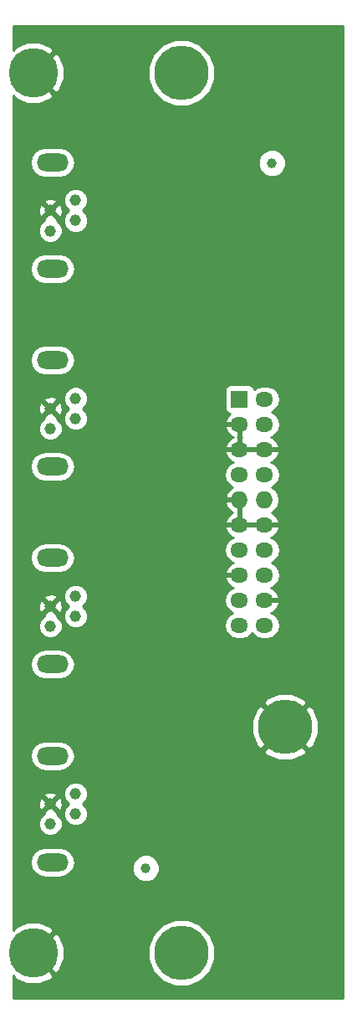
<source format=gtl>
G04 #@! TF.FileFunction,Copper,L1,Top,Signal*
%FSLAX46Y46*%
G04 Gerber Fmt 4.6, Leading zero omitted, Abs format (unit mm)*
G04 Created by KiCad (PCBNEW 4.0.4+e1-6308~48~ubuntu15.10.1-stable) date Tue Aug  8 09:27:19 2017*
%MOMM*%
%LPD*%
G01*
G04 APERTURE LIST*
%ADD10C,0.150000*%
%ADD11C,1.000000*%
%ADD12C,5.500000*%
%ADD13C,5.000000*%
%ADD14R,1.727200X1.727200*%
%ADD15O,1.800000X1.500000*%
%ADD16O,1.727200X1.727200*%
%ADD17C,1.160000*%
%ADD18O,3.200000X1.800000*%
%ADD19C,0.254000*%
G04 APERTURE END LIST*
D10*
D11*
X77190600Y-131711700D03*
X89966800Y-60401200D03*
D12*
X80772000Y-51296000D03*
X80772000Y-140296000D03*
D13*
X65772000Y-140296000D03*
X65772000Y-51296000D03*
D14*
X86671200Y-84290000D03*
D15*
X89211200Y-84290000D03*
X86671200Y-86830000D03*
X89211200Y-86830000D03*
X86671200Y-89370000D03*
X89211200Y-89370000D03*
X86671200Y-91910000D03*
X89211200Y-91910000D03*
D16*
X86671200Y-94450000D03*
X89211200Y-94450000D03*
D15*
X86671200Y-96990000D03*
X89211200Y-96990000D03*
X86671200Y-99530000D03*
X89211200Y-99530000D03*
X86671200Y-102070000D03*
X89211200Y-102070000D03*
X86671200Y-104610000D03*
X89211200Y-104610000D03*
X86671200Y-107150000D03*
X89211200Y-107150000D03*
D12*
X91287600Y-117449600D03*
D17*
X70081200Y-126230000D03*
X70081200Y-124190000D03*
X67531200Y-125210000D03*
X67531200Y-127250000D03*
D18*
X67731200Y-131100000D03*
X67731200Y-120340000D03*
D17*
X70081200Y-106230000D03*
X70081200Y-104190000D03*
X67531200Y-105210000D03*
X67531200Y-107250000D03*
D18*
X67731200Y-111100000D03*
X67731200Y-100340000D03*
D17*
X70081200Y-86230000D03*
X70081200Y-84190000D03*
X67531200Y-85210000D03*
X67531200Y-87250000D03*
D18*
X67731200Y-91100000D03*
X67731200Y-80340000D03*
D17*
X70081200Y-66230000D03*
X70081200Y-64190000D03*
X67531200Y-65210000D03*
X67531200Y-67250000D03*
D18*
X67731200Y-71100000D03*
X67731200Y-60340000D03*
D19*
G36*
X97123700Y-144876900D02*
X63758700Y-144876900D01*
X63758700Y-142596364D01*
X63997421Y-142954564D01*
X65149892Y-143431294D01*
X66397072Y-143430705D01*
X67546579Y-142954564D01*
X67828275Y-142531880D01*
X65772000Y-140475605D01*
X65757858Y-140489748D01*
X65578253Y-140310143D01*
X65592395Y-140296000D01*
X65951605Y-140296000D01*
X68007880Y-142352275D01*
X68430564Y-142070579D01*
X68887987Y-140964780D01*
X77394415Y-140964780D01*
X77907450Y-142206418D01*
X78856586Y-143157212D01*
X80097326Y-143672412D01*
X81440780Y-143673585D01*
X82682418Y-143160550D01*
X83633212Y-142211414D01*
X84148412Y-140970674D01*
X84149585Y-139627220D01*
X83636550Y-138385582D01*
X82687414Y-137434788D01*
X81446674Y-136919588D01*
X80103220Y-136918415D01*
X78861582Y-137431450D01*
X77910788Y-138380586D01*
X77395588Y-139621326D01*
X77394415Y-140964780D01*
X68887987Y-140964780D01*
X68907294Y-140918108D01*
X68906705Y-139670928D01*
X68430564Y-138521421D01*
X68007880Y-138239725D01*
X65951605Y-140296000D01*
X65592395Y-140296000D01*
X65578253Y-140281858D01*
X65757858Y-140102253D01*
X65772000Y-140116395D01*
X67828275Y-138060120D01*
X67546579Y-137637436D01*
X66394108Y-137160706D01*
X65146928Y-137161295D01*
X63997421Y-137637436D01*
X63758700Y-137995636D01*
X63758700Y-131100000D01*
X65460570Y-131100000D01*
X65576806Y-131684358D01*
X65907818Y-132179752D01*
X66403212Y-132510764D01*
X66987570Y-132627000D01*
X68474830Y-132627000D01*
X69059188Y-132510764D01*
X69554582Y-132179752D01*
X69682465Y-131988361D01*
X75793358Y-131988361D01*
X76005590Y-132502003D01*
X76398230Y-132895329D01*
X76911500Y-133108457D01*
X77467261Y-133108942D01*
X77980903Y-132896710D01*
X78374229Y-132504070D01*
X78587357Y-131990800D01*
X78587842Y-131435039D01*
X78375610Y-130921397D01*
X77982970Y-130528071D01*
X77469700Y-130314943D01*
X76913939Y-130314458D01*
X76400297Y-130526690D01*
X76006971Y-130919330D01*
X75793843Y-131432600D01*
X75793358Y-131988361D01*
X69682465Y-131988361D01*
X69885594Y-131684358D01*
X70001830Y-131100000D01*
X69885594Y-130515642D01*
X69554582Y-130020248D01*
X69059188Y-129689236D01*
X68474830Y-129573000D01*
X66987570Y-129573000D01*
X66403212Y-129689236D01*
X65907818Y-130020248D01*
X65576806Y-130515642D01*
X65460570Y-131100000D01*
X63758700Y-131100000D01*
X63758700Y-127489034D01*
X66323990Y-127489034D01*
X66507358Y-127932818D01*
X66846596Y-128272649D01*
X67290059Y-128456790D01*
X67770234Y-128457210D01*
X68214018Y-128273842D01*
X68553849Y-127934604D01*
X68737990Y-127491141D01*
X68738410Y-127010966D01*
X68555042Y-126567182D01*
X68215804Y-126227351D01*
X68168341Y-126207643D01*
X68199812Y-126058217D01*
X67531200Y-125389605D01*
X66862588Y-126058217D01*
X66893990Y-126207313D01*
X66848382Y-126226158D01*
X66508551Y-126565396D01*
X66324410Y-127008859D01*
X66323990Y-127489034D01*
X63758700Y-127489034D01*
X63758700Y-125045823D01*
X66303325Y-125045823D01*
X66333963Y-125528207D01*
X66459619Y-125831568D01*
X66682983Y-125878612D01*
X67351595Y-125210000D01*
X67710805Y-125210000D01*
X68379417Y-125878612D01*
X68602781Y-125831568D01*
X68759075Y-125374177D01*
X68728437Y-124891793D01*
X68602781Y-124588432D01*
X68379417Y-124541388D01*
X67710805Y-125210000D01*
X67351595Y-125210000D01*
X66682983Y-124541388D01*
X66459619Y-124588432D01*
X66303325Y-125045823D01*
X63758700Y-125045823D01*
X63758700Y-124361783D01*
X66862588Y-124361783D01*
X67531200Y-125030395D01*
X68132561Y-124429034D01*
X68873990Y-124429034D01*
X69057358Y-124872818D01*
X69394242Y-125210291D01*
X69058551Y-125545396D01*
X68874410Y-125988859D01*
X68873990Y-126469034D01*
X69057358Y-126912818D01*
X69396596Y-127252649D01*
X69840059Y-127436790D01*
X70320234Y-127437210D01*
X70764018Y-127253842D01*
X71103849Y-126914604D01*
X71287990Y-126471141D01*
X71288410Y-125990966D01*
X71105042Y-125547182D01*
X70768158Y-125209709D01*
X71103849Y-124874604D01*
X71287990Y-124431141D01*
X71288410Y-123950966D01*
X71105042Y-123507182D01*
X70765804Y-123167351D01*
X70322341Y-122983210D01*
X69842166Y-122982790D01*
X69398382Y-123166158D01*
X69058551Y-123505396D01*
X68874410Y-123948859D01*
X68873990Y-124429034D01*
X68132561Y-124429034D01*
X68199812Y-124361783D01*
X68152768Y-124138419D01*
X67695377Y-123982125D01*
X67212993Y-124012763D01*
X66909632Y-124138419D01*
X66862588Y-124361783D01*
X63758700Y-124361783D01*
X63758700Y-120340000D01*
X65460570Y-120340000D01*
X65576806Y-120924358D01*
X65907818Y-121419752D01*
X66403212Y-121750764D01*
X66987570Y-121867000D01*
X68474830Y-121867000D01*
X69059188Y-121750764D01*
X69554582Y-121419752D01*
X69885594Y-120924358D01*
X70001830Y-120340000D01*
X69907519Y-119865866D01*
X89050939Y-119865866D01*
X89363087Y-120314532D01*
X90605943Y-120832931D01*
X91952576Y-120836248D01*
X93197971Y-120323980D01*
X93212113Y-120314532D01*
X93524261Y-119865866D01*
X91287600Y-117629205D01*
X89050939Y-119865866D01*
X69907519Y-119865866D01*
X69885594Y-119755642D01*
X69554582Y-119260248D01*
X69059188Y-118929236D01*
X68474830Y-118813000D01*
X66987570Y-118813000D01*
X66403212Y-118929236D01*
X65907818Y-119260248D01*
X65576806Y-119755642D01*
X65460570Y-120340000D01*
X63758700Y-120340000D01*
X63758700Y-118114576D01*
X87900952Y-118114576D01*
X88413220Y-119359971D01*
X88422668Y-119374113D01*
X88871334Y-119686261D01*
X91107995Y-117449600D01*
X91467205Y-117449600D01*
X93703866Y-119686261D01*
X94152532Y-119374113D01*
X94670931Y-118131257D01*
X94674248Y-116784624D01*
X94161980Y-115539229D01*
X94152532Y-115525087D01*
X93703866Y-115212939D01*
X91467205Y-117449600D01*
X91107995Y-117449600D01*
X88871334Y-115212939D01*
X88422668Y-115525087D01*
X87904269Y-116767943D01*
X87900952Y-118114576D01*
X63758700Y-118114576D01*
X63758700Y-115033334D01*
X89050939Y-115033334D01*
X91287600Y-117269995D01*
X93524261Y-115033334D01*
X93212113Y-114584668D01*
X91969257Y-114066269D01*
X90622624Y-114062952D01*
X89377229Y-114575220D01*
X89363087Y-114584668D01*
X89050939Y-115033334D01*
X63758700Y-115033334D01*
X63758700Y-111100000D01*
X65460570Y-111100000D01*
X65576806Y-111684358D01*
X65907818Y-112179752D01*
X66403212Y-112510764D01*
X66987570Y-112627000D01*
X68474830Y-112627000D01*
X69059188Y-112510764D01*
X69554582Y-112179752D01*
X69885594Y-111684358D01*
X70001830Y-111100000D01*
X69885594Y-110515642D01*
X69554582Y-110020248D01*
X69059188Y-109689236D01*
X68474830Y-109573000D01*
X66987570Y-109573000D01*
X66403212Y-109689236D01*
X65907818Y-110020248D01*
X65576806Y-110515642D01*
X65460570Y-111100000D01*
X63758700Y-111100000D01*
X63758700Y-107489034D01*
X66323990Y-107489034D01*
X66507358Y-107932818D01*
X66846596Y-108272649D01*
X67290059Y-108456790D01*
X67770234Y-108457210D01*
X68214018Y-108273842D01*
X68553849Y-107934604D01*
X68737990Y-107491141D01*
X68738410Y-107010966D01*
X68555042Y-106567182D01*
X68215804Y-106227351D01*
X68168341Y-106207643D01*
X68199812Y-106058217D01*
X67531200Y-105389605D01*
X66862588Y-106058217D01*
X66893990Y-106207313D01*
X66848382Y-106226158D01*
X66508551Y-106565396D01*
X66324410Y-107008859D01*
X66323990Y-107489034D01*
X63758700Y-107489034D01*
X63758700Y-105045823D01*
X66303325Y-105045823D01*
X66333963Y-105528207D01*
X66459619Y-105831568D01*
X66682983Y-105878612D01*
X67351595Y-105210000D01*
X67710805Y-105210000D01*
X68379417Y-105878612D01*
X68602781Y-105831568D01*
X68759075Y-105374177D01*
X68728437Y-104891793D01*
X68602781Y-104588432D01*
X68379417Y-104541388D01*
X67710805Y-105210000D01*
X67351595Y-105210000D01*
X66682983Y-104541388D01*
X66459619Y-104588432D01*
X66303325Y-105045823D01*
X63758700Y-105045823D01*
X63758700Y-104361783D01*
X66862588Y-104361783D01*
X67531200Y-105030395D01*
X68132561Y-104429034D01*
X68873990Y-104429034D01*
X69057358Y-104872818D01*
X69394242Y-105210291D01*
X69058551Y-105545396D01*
X68874410Y-105988859D01*
X68873990Y-106469034D01*
X69057358Y-106912818D01*
X69396596Y-107252649D01*
X69840059Y-107436790D01*
X70320234Y-107437210D01*
X70764018Y-107253842D01*
X71103849Y-106914604D01*
X71287990Y-106471141D01*
X71288410Y-105990966D01*
X71105042Y-105547182D01*
X70768158Y-105209709D01*
X71103849Y-104874604D01*
X71287990Y-104431141D01*
X71288410Y-103950966D01*
X71105042Y-103507182D01*
X70765804Y-103167351D01*
X70322341Y-102983210D01*
X69842166Y-102982790D01*
X69398382Y-103166158D01*
X69058551Y-103505396D01*
X68874410Y-103948859D01*
X68873990Y-104429034D01*
X68132561Y-104429034D01*
X68199812Y-104361783D01*
X68152768Y-104138419D01*
X67695377Y-103982125D01*
X67212993Y-104012763D01*
X66909632Y-104138419D01*
X66862588Y-104361783D01*
X63758700Y-104361783D01*
X63758700Y-100340000D01*
X65460570Y-100340000D01*
X65576806Y-100924358D01*
X65907818Y-101419752D01*
X66403212Y-101750764D01*
X66987570Y-101867000D01*
X68474830Y-101867000D01*
X69059188Y-101750764D01*
X69554582Y-101419752D01*
X69885594Y-100924358D01*
X70001830Y-100340000D01*
X69885594Y-99755642D01*
X69734825Y-99530000D01*
X85114284Y-99530000D01*
X85219102Y-100056955D01*
X85517598Y-100503686D01*
X85964329Y-100802182D01*
X86004878Y-100810248D01*
X85816601Y-100876179D01*
X85413380Y-101236692D01*
X85178882Y-101728815D01*
X85301544Y-101943000D01*
X86544200Y-101943000D01*
X86544200Y-101923000D01*
X86798200Y-101923000D01*
X86798200Y-101943000D01*
X86818200Y-101943000D01*
X86818200Y-102197000D01*
X86798200Y-102197000D01*
X86798200Y-102217000D01*
X86544200Y-102217000D01*
X86544200Y-102197000D01*
X85301544Y-102197000D01*
X85178882Y-102411185D01*
X85413380Y-102903308D01*
X85816601Y-103263821D01*
X86004878Y-103329752D01*
X85964329Y-103337818D01*
X85517598Y-103636314D01*
X85219102Y-104083045D01*
X85114284Y-104610000D01*
X85219102Y-105136955D01*
X85517598Y-105583686D01*
X85961063Y-105880000D01*
X85517598Y-106176314D01*
X85219102Y-106623045D01*
X85114284Y-107150000D01*
X85219102Y-107676955D01*
X85517598Y-108123686D01*
X85964329Y-108422182D01*
X86491284Y-108527000D01*
X86851116Y-108527000D01*
X87378071Y-108422182D01*
X87824802Y-108123686D01*
X87941200Y-107949484D01*
X88057598Y-108123686D01*
X88504329Y-108422182D01*
X89031284Y-108527000D01*
X89391116Y-108527000D01*
X89918071Y-108422182D01*
X90364802Y-108123686D01*
X90663298Y-107676955D01*
X90768116Y-107150000D01*
X90663298Y-106623045D01*
X90364802Y-106176314D01*
X89918071Y-105877818D01*
X89877522Y-105869752D01*
X90065799Y-105803821D01*
X90469020Y-105443308D01*
X90703518Y-104951185D01*
X90580856Y-104737000D01*
X89338200Y-104737000D01*
X89338200Y-104757000D01*
X89084200Y-104757000D01*
X89084200Y-104737000D01*
X89064200Y-104737000D01*
X89064200Y-104483000D01*
X89084200Y-104483000D01*
X89084200Y-104463000D01*
X89338200Y-104463000D01*
X89338200Y-104483000D01*
X90580856Y-104483000D01*
X90703518Y-104268815D01*
X90469020Y-103776692D01*
X90065799Y-103416179D01*
X89877522Y-103350248D01*
X89918071Y-103342182D01*
X90364802Y-103043686D01*
X90663298Y-102596955D01*
X90768116Y-102070000D01*
X90663298Y-101543045D01*
X90364802Y-101096314D01*
X89921337Y-100800000D01*
X90364802Y-100503686D01*
X90663298Y-100056955D01*
X90768116Y-99530000D01*
X90663298Y-99003045D01*
X90364802Y-98556314D01*
X89918071Y-98257818D01*
X89877522Y-98249752D01*
X90065799Y-98183821D01*
X90469020Y-97823308D01*
X90703518Y-97331185D01*
X90580856Y-97117000D01*
X89338200Y-97117000D01*
X89338200Y-97137000D01*
X89084200Y-97137000D01*
X89084200Y-97117000D01*
X86798200Y-97117000D01*
X86798200Y-97137000D01*
X86544200Y-97137000D01*
X86544200Y-97117000D01*
X85301544Y-97117000D01*
X85178882Y-97331185D01*
X85413380Y-97823308D01*
X85816601Y-98183821D01*
X86004878Y-98249752D01*
X85964329Y-98257818D01*
X85517598Y-98556314D01*
X85219102Y-99003045D01*
X85114284Y-99530000D01*
X69734825Y-99530000D01*
X69554582Y-99260248D01*
X69059188Y-98929236D01*
X68474830Y-98813000D01*
X66987570Y-98813000D01*
X66403212Y-98929236D01*
X65907818Y-99260248D01*
X65576806Y-99755642D01*
X65460570Y-100340000D01*
X63758700Y-100340000D01*
X63758700Y-96648815D01*
X85178882Y-96648815D01*
X85301544Y-96863000D01*
X86544200Y-96863000D01*
X86544200Y-94577000D01*
X85337383Y-94577000D01*
X85216242Y-94809026D01*
X85388512Y-95224947D01*
X85782710Y-95656821D01*
X85967389Y-95743376D01*
X85816601Y-95796179D01*
X85413380Y-96156692D01*
X85178882Y-96648815D01*
X63758700Y-96648815D01*
X63758700Y-91100000D01*
X65460570Y-91100000D01*
X65576806Y-91684358D01*
X65907818Y-92179752D01*
X66403212Y-92510764D01*
X66987570Y-92627000D01*
X68474830Y-92627000D01*
X69059188Y-92510764D01*
X69554582Y-92179752D01*
X69734824Y-91910000D01*
X85114284Y-91910000D01*
X85219102Y-92436955D01*
X85517598Y-92883686D01*
X85943109Y-93168004D01*
X85782710Y-93243179D01*
X85388512Y-93675053D01*
X85216242Y-94090974D01*
X85337383Y-94323000D01*
X86544200Y-94323000D01*
X86544200Y-94303000D01*
X86798200Y-94303000D01*
X86798200Y-94323000D01*
X86818200Y-94323000D01*
X86818200Y-94577000D01*
X86798200Y-94577000D01*
X86798200Y-96863000D01*
X89084200Y-96863000D01*
X89084200Y-96843000D01*
X89338200Y-96843000D01*
X89338200Y-96863000D01*
X90580856Y-96863000D01*
X90703518Y-96648815D01*
X90469020Y-96156692D01*
X90065799Y-95796179D01*
X89928904Y-95748241D01*
X90294416Y-95504013D01*
X90617538Y-95020428D01*
X90731003Y-94450000D01*
X90617538Y-93879572D01*
X90294416Y-93395987D01*
X89946253Y-93163351D01*
X90364802Y-92883686D01*
X90663298Y-92436955D01*
X90768116Y-91910000D01*
X90663298Y-91383045D01*
X90364802Y-90936314D01*
X89918071Y-90637818D01*
X89877522Y-90629752D01*
X90065799Y-90563821D01*
X90469020Y-90203308D01*
X90703518Y-89711185D01*
X90580856Y-89497000D01*
X89338200Y-89497000D01*
X89338200Y-89517000D01*
X89084200Y-89517000D01*
X89084200Y-89497000D01*
X86798200Y-89497000D01*
X86798200Y-89517000D01*
X86544200Y-89517000D01*
X86544200Y-89497000D01*
X85301544Y-89497000D01*
X85178882Y-89711185D01*
X85413380Y-90203308D01*
X85816601Y-90563821D01*
X86004878Y-90629752D01*
X85964329Y-90637818D01*
X85517598Y-90936314D01*
X85219102Y-91383045D01*
X85114284Y-91910000D01*
X69734824Y-91910000D01*
X69885594Y-91684358D01*
X70001830Y-91100000D01*
X69885594Y-90515642D01*
X69554582Y-90020248D01*
X69059188Y-89689236D01*
X68474830Y-89573000D01*
X66987570Y-89573000D01*
X66403212Y-89689236D01*
X65907818Y-90020248D01*
X65576806Y-90515642D01*
X65460570Y-91100000D01*
X63758700Y-91100000D01*
X63758700Y-87489034D01*
X66323990Y-87489034D01*
X66507358Y-87932818D01*
X66846596Y-88272649D01*
X67290059Y-88456790D01*
X67770234Y-88457210D01*
X68214018Y-88273842D01*
X68553849Y-87934604D01*
X68737990Y-87491141D01*
X68738410Y-87010966D01*
X68555042Y-86567182D01*
X68215804Y-86227351D01*
X68168341Y-86207643D01*
X68199812Y-86058217D01*
X67531200Y-85389605D01*
X66862588Y-86058217D01*
X66893990Y-86207313D01*
X66848382Y-86226158D01*
X66508551Y-86565396D01*
X66324410Y-87008859D01*
X66323990Y-87489034D01*
X63758700Y-87489034D01*
X63758700Y-85045823D01*
X66303325Y-85045823D01*
X66333963Y-85528207D01*
X66459619Y-85831568D01*
X66682983Y-85878612D01*
X67351595Y-85210000D01*
X67710805Y-85210000D01*
X68379417Y-85878612D01*
X68602781Y-85831568D01*
X68759075Y-85374177D01*
X68728437Y-84891793D01*
X68602781Y-84588432D01*
X68379417Y-84541388D01*
X67710805Y-85210000D01*
X67351595Y-85210000D01*
X66682983Y-84541388D01*
X66459619Y-84588432D01*
X66303325Y-85045823D01*
X63758700Y-85045823D01*
X63758700Y-84361783D01*
X66862588Y-84361783D01*
X67531200Y-85030395D01*
X68132561Y-84429034D01*
X68873990Y-84429034D01*
X69057358Y-84872818D01*
X69394242Y-85210291D01*
X69058551Y-85545396D01*
X68874410Y-85988859D01*
X68873990Y-86469034D01*
X69057358Y-86912818D01*
X69396596Y-87252649D01*
X69840059Y-87436790D01*
X70320234Y-87437210D01*
X70764018Y-87253842D01*
X70846819Y-87171185D01*
X85178882Y-87171185D01*
X85413380Y-87663308D01*
X85816601Y-88023821D01*
X86034143Y-88100000D01*
X85816601Y-88176179D01*
X85413380Y-88536692D01*
X85178882Y-89028815D01*
X85301544Y-89243000D01*
X86544200Y-89243000D01*
X86544200Y-88142698D01*
X86480393Y-88100000D01*
X86544200Y-88057302D01*
X86544200Y-86957000D01*
X85301544Y-86957000D01*
X85178882Y-87171185D01*
X70846819Y-87171185D01*
X71103849Y-86914604D01*
X71287990Y-86471141D01*
X71288410Y-85990966D01*
X71105042Y-85547182D01*
X70768158Y-85209709D01*
X71103849Y-84874604D01*
X71287990Y-84431141D01*
X71288410Y-83950966D01*
X71105042Y-83507182D01*
X71024401Y-83426400D01*
X85168317Y-83426400D01*
X85168317Y-85153600D01*
X85212037Y-85385952D01*
X85349357Y-85599353D01*
X85558883Y-85742517D01*
X85672037Y-85765431D01*
X85413380Y-85996692D01*
X85178882Y-86488815D01*
X85301544Y-86703000D01*
X86544200Y-86703000D01*
X86544200Y-86683000D01*
X86798200Y-86683000D01*
X86798200Y-86703000D01*
X86818200Y-86703000D01*
X86818200Y-86957000D01*
X86798200Y-86957000D01*
X86798200Y-88057302D01*
X86862007Y-88100000D01*
X86798200Y-88142698D01*
X86798200Y-89243000D01*
X89084200Y-89243000D01*
X89084200Y-89223000D01*
X89338200Y-89223000D01*
X89338200Y-89243000D01*
X90580856Y-89243000D01*
X90703518Y-89028815D01*
X90469020Y-88536692D01*
X90065799Y-88176179D01*
X89877522Y-88110248D01*
X89918071Y-88102182D01*
X90364802Y-87803686D01*
X90663298Y-87356955D01*
X90768116Y-86830000D01*
X90663298Y-86303045D01*
X90364802Y-85856314D01*
X89921337Y-85560000D01*
X90364802Y-85263686D01*
X90663298Y-84816955D01*
X90768116Y-84290000D01*
X90663298Y-83763045D01*
X90364802Y-83316314D01*
X89918071Y-83017818D01*
X89391116Y-82913000D01*
X89031284Y-82913000D01*
X88504329Y-83017818D01*
X88142673Y-83259469D01*
X88130363Y-83194048D01*
X87993043Y-82980647D01*
X87783517Y-82837483D01*
X87534800Y-82787117D01*
X85807600Y-82787117D01*
X85575248Y-82830837D01*
X85361847Y-82968157D01*
X85218683Y-83177683D01*
X85168317Y-83426400D01*
X71024401Y-83426400D01*
X70765804Y-83167351D01*
X70322341Y-82983210D01*
X69842166Y-82982790D01*
X69398382Y-83166158D01*
X69058551Y-83505396D01*
X68874410Y-83948859D01*
X68873990Y-84429034D01*
X68132561Y-84429034D01*
X68199812Y-84361783D01*
X68152768Y-84138419D01*
X67695377Y-83982125D01*
X67212993Y-84012763D01*
X66909632Y-84138419D01*
X66862588Y-84361783D01*
X63758700Y-84361783D01*
X63758700Y-80340000D01*
X65460570Y-80340000D01*
X65576806Y-80924358D01*
X65907818Y-81419752D01*
X66403212Y-81750764D01*
X66987570Y-81867000D01*
X68474830Y-81867000D01*
X69059188Y-81750764D01*
X69554582Y-81419752D01*
X69885594Y-80924358D01*
X70001830Y-80340000D01*
X69885594Y-79755642D01*
X69554582Y-79260248D01*
X69059188Y-78929236D01*
X68474830Y-78813000D01*
X66987570Y-78813000D01*
X66403212Y-78929236D01*
X65907818Y-79260248D01*
X65576806Y-79755642D01*
X65460570Y-80340000D01*
X63758700Y-80340000D01*
X63758700Y-71100000D01*
X65460570Y-71100000D01*
X65576806Y-71684358D01*
X65907818Y-72179752D01*
X66403212Y-72510764D01*
X66987570Y-72627000D01*
X68474830Y-72627000D01*
X69059188Y-72510764D01*
X69554582Y-72179752D01*
X69885594Y-71684358D01*
X70001830Y-71100000D01*
X69885594Y-70515642D01*
X69554582Y-70020248D01*
X69059188Y-69689236D01*
X68474830Y-69573000D01*
X66987570Y-69573000D01*
X66403212Y-69689236D01*
X65907818Y-70020248D01*
X65576806Y-70515642D01*
X65460570Y-71100000D01*
X63758700Y-71100000D01*
X63758700Y-67489034D01*
X66323990Y-67489034D01*
X66507358Y-67932818D01*
X66846596Y-68272649D01*
X67290059Y-68456790D01*
X67770234Y-68457210D01*
X68214018Y-68273842D01*
X68553849Y-67934604D01*
X68737990Y-67491141D01*
X68738410Y-67010966D01*
X68555042Y-66567182D01*
X68215804Y-66227351D01*
X68168341Y-66207643D01*
X68199812Y-66058217D01*
X67531200Y-65389605D01*
X66862588Y-66058217D01*
X66893990Y-66207313D01*
X66848382Y-66226158D01*
X66508551Y-66565396D01*
X66324410Y-67008859D01*
X66323990Y-67489034D01*
X63758700Y-67489034D01*
X63758700Y-65045823D01*
X66303325Y-65045823D01*
X66333963Y-65528207D01*
X66459619Y-65831568D01*
X66682983Y-65878612D01*
X67351595Y-65210000D01*
X67710805Y-65210000D01*
X68379417Y-65878612D01*
X68602781Y-65831568D01*
X68759075Y-65374177D01*
X68728437Y-64891793D01*
X68602781Y-64588432D01*
X68379417Y-64541388D01*
X67710805Y-65210000D01*
X67351595Y-65210000D01*
X66682983Y-64541388D01*
X66459619Y-64588432D01*
X66303325Y-65045823D01*
X63758700Y-65045823D01*
X63758700Y-64361783D01*
X66862588Y-64361783D01*
X67531200Y-65030395D01*
X68132561Y-64429034D01*
X68873990Y-64429034D01*
X69057358Y-64872818D01*
X69394242Y-65210291D01*
X69058551Y-65545396D01*
X68874410Y-65988859D01*
X68873990Y-66469034D01*
X69057358Y-66912818D01*
X69396596Y-67252649D01*
X69840059Y-67436790D01*
X70320234Y-67437210D01*
X70764018Y-67253842D01*
X71103849Y-66914604D01*
X71287990Y-66471141D01*
X71288410Y-65990966D01*
X71105042Y-65547182D01*
X70768158Y-65209709D01*
X71103849Y-64874604D01*
X71287990Y-64431141D01*
X71288410Y-63950966D01*
X71105042Y-63507182D01*
X70765804Y-63167351D01*
X70322341Y-62983210D01*
X69842166Y-62982790D01*
X69398382Y-63166158D01*
X69058551Y-63505396D01*
X68874410Y-63948859D01*
X68873990Y-64429034D01*
X68132561Y-64429034D01*
X68199812Y-64361783D01*
X68152768Y-64138419D01*
X67695377Y-63982125D01*
X67212993Y-64012763D01*
X66909632Y-64138419D01*
X66862588Y-64361783D01*
X63758700Y-64361783D01*
X63758700Y-60340000D01*
X65460570Y-60340000D01*
X65576806Y-60924358D01*
X65907818Y-61419752D01*
X66403212Y-61750764D01*
X66987570Y-61867000D01*
X68474830Y-61867000D01*
X69059188Y-61750764D01*
X69554582Y-61419752D01*
X69885594Y-60924358D01*
X69934625Y-60677861D01*
X88569558Y-60677861D01*
X88781790Y-61191503D01*
X89174430Y-61584829D01*
X89687700Y-61797957D01*
X90243461Y-61798442D01*
X90757103Y-61586210D01*
X91150429Y-61193570D01*
X91363557Y-60680300D01*
X91364042Y-60124539D01*
X91151810Y-59610897D01*
X90759170Y-59217571D01*
X90245900Y-59004443D01*
X89690139Y-59003958D01*
X89176497Y-59216190D01*
X88783171Y-59608830D01*
X88570043Y-60122100D01*
X88569558Y-60677861D01*
X69934625Y-60677861D01*
X70001830Y-60340000D01*
X69885594Y-59755642D01*
X69554582Y-59260248D01*
X69059188Y-58929236D01*
X68474830Y-58813000D01*
X66987570Y-58813000D01*
X66403212Y-58929236D01*
X65907818Y-59260248D01*
X65576806Y-59755642D01*
X65460570Y-60340000D01*
X63758700Y-60340000D01*
X63758700Y-53596364D01*
X63997421Y-53954564D01*
X65149892Y-54431294D01*
X66397072Y-54430705D01*
X67546579Y-53954564D01*
X67828275Y-53531880D01*
X65772000Y-51475605D01*
X65757858Y-51489748D01*
X65578253Y-51310143D01*
X65592395Y-51296000D01*
X65951605Y-51296000D01*
X68007880Y-53352275D01*
X68430564Y-53070579D01*
X68887987Y-51964780D01*
X77394415Y-51964780D01*
X77907450Y-53206418D01*
X78856586Y-54157212D01*
X80097326Y-54672412D01*
X81440780Y-54673585D01*
X82682418Y-54160550D01*
X83633212Y-53211414D01*
X84148412Y-51970674D01*
X84149585Y-50627220D01*
X83636550Y-49385582D01*
X82687414Y-48434788D01*
X81446674Y-47919588D01*
X80103220Y-47918415D01*
X78861582Y-48431450D01*
X77910788Y-49380586D01*
X77395588Y-50621326D01*
X77394415Y-51964780D01*
X68887987Y-51964780D01*
X68907294Y-51918108D01*
X68906705Y-50670928D01*
X68430564Y-49521421D01*
X68007880Y-49239725D01*
X65951605Y-51296000D01*
X65592395Y-51296000D01*
X65578253Y-51281858D01*
X65757858Y-51102253D01*
X65772000Y-51116395D01*
X67828275Y-49060120D01*
X67546579Y-48637436D01*
X66394108Y-48160706D01*
X65146928Y-48161295D01*
X63997421Y-48637436D01*
X63758700Y-48995636D01*
X63758700Y-46537500D01*
X97123700Y-46537500D01*
X97123700Y-144876900D01*
X97123700Y-144876900D01*
G37*
X97123700Y-144876900D02*
X63758700Y-144876900D01*
X63758700Y-142596364D01*
X63997421Y-142954564D01*
X65149892Y-143431294D01*
X66397072Y-143430705D01*
X67546579Y-142954564D01*
X67828275Y-142531880D01*
X65772000Y-140475605D01*
X65757858Y-140489748D01*
X65578253Y-140310143D01*
X65592395Y-140296000D01*
X65951605Y-140296000D01*
X68007880Y-142352275D01*
X68430564Y-142070579D01*
X68887987Y-140964780D01*
X77394415Y-140964780D01*
X77907450Y-142206418D01*
X78856586Y-143157212D01*
X80097326Y-143672412D01*
X81440780Y-143673585D01*
X82682418Y-143160550D01*
X83633212Y-142211414D01*
X84148412Y-140970674D01*
X84149585Y-139627220D01*
X83636550Y-138385582D01*
X82687414Y-137434788D01*
X81446674Y-136919588D01*
X80103220Y-136918415D01*
X78861582Y-137431450D01*
X77910788Y-138380586D01*
X77395588Y-139621326D01*
X77394415Y-140964780D01*
X68887987Y-140964780D01*
X68907294Y-140918108D01*
X68906705Y-139670928D01*
X68430564Y-138521421D01*
X68007880Y-138239725D01*
X65951605Y-140296000D01*
X65592395Y-140296000D01*
X65578253Y-140281858D01*
X65757858Y-140102253D01*
X65772000Y-140116395D01*
X67828275Y-138060120D01*
X67546579Y-137637436D01*
X66394108Y-137160706D01*
X65146928Y-137161295D01*
X63997421Y-137637436D01*
X63758700Y-137995636D01*
X63758700Y-131100000D01*
X65460570Y-131100000D01*
X65576806Y-131684358D01*
X65907818Y-132179752D01*
X66403212Y-132510764D01*
X66987570Y-132627000D01*
X68474830Y-132627000D01*
X69059188Y-132510764D01*
X69554582Y-132179752D01*
X69682465Y-131988361D01*
X75793358Y-131988361D01*
X76005590Y-132502003D01*
X76398230Y-132895329D01*
X76911500Y-133108457D01*
X77467261Y-133108942D01*
X77980903Y-132896710D01*
X78374229Y-132504070D01*
X78587357Y-131990800D01*
X78587842Y-131435039D01*
X78375610Y-130921397D01*
X77982970Y-130528071D01*
X77469700Y-130314943D01*
X76913939Y-130314458D01*
X76400297Y-130526690D01*
X76006971Y-130919330D01*
X75793843Y-131432600D01*
X75793358Y-131988361D01*
X69682465Y-131988361D01*
X69885594Y-131684358D01*
X70001830Y-131100000D01*
X69885594Y-130515642D01*
X69554582Y-130020248D01*
X69059188Y-129689236D01*
X68474830Y-129573000D01*
X66987570Y-129573000D01*
X66403212Y-129689236D01*
X65907818Y-130020248D01*
X65576806Y-130515642D01*
X65460570Y-131100000D01*
X63758700Y-131100000D01*
X63758700Y-127489034D01*
X66323990Y-127489034D01*
X66507358Y-127932818D01*
X66846596Y-128272649D01*
X67290059Y-128456790D01*
X67770234Y-128457210D01*
X68214018Y-128273842D01*
X68553849Y-127934604D01*
X68737990Y-127491141D01*
X68738410Y-127010966D01*
X68555042Y-126567182D01*
X68215804Y-126227351D01*
X68168341Y-126207643D01*
X68199812Y-126058217D01*
X67531200Y-125389605D01*
X66862588Y-126058217D01*
X66893990Y-126207313D01*
X66848382Y-126226158D01*
X66508551Y-126565396D01*
X66324410Y-127008859D01*
X66323990Y-127489034D01*
X63758700Y-127489034D01*
X63758700Y-125045823D01*
X66303325Y-125045823D01*
X66333963Y-125528207D01*
X66459619Y-125831568D01*
X66682983Y-125878612D01*
X67351595Y-125210000D01*
X67710805Y-125210000D01*
X68379417Y-125878612D01*
X68602781Y-125831568D01*
X68759075Y-125374177D01*
X68728437Y-124891793D01*
X68602781Y-124588432D01*
X68379417Y-124541388D01*
X67710805Y-125210000D01*
X67351595Y-125210000D01*
X66682983Y-124541388D01*
X66459619Y-124588432D01*
X66303325Y-125045823D01*
X63758700Y-125045823D01*
X63758700Y-124361783D01*
X66862588Y-124361783D01*
X67531200Y-125030395D01*
X68132561Y-124429034D01*
X68873990Y-124429034D01*
X69057358Y-124872818D01*
X69394242Y-125210291D01*
X69058551Y-125545396D01*
X68874410Y-125988859D01*
X68873990Y-126469034D01*
X69057358Y-126912818D01*
X69396596Y-127252649D01*
X69840059Y-127436790D01*
X70320234Y-127437210D01*
X70764018Y-127253842D01*
X71103849Y-126914604D01*
X71287990Y-126471141D01*
X71288410Y-125990966D01*
X71105042Y-125547182D01*
X70768158Y-125209709D01*
X71103849Y-124874604D01*
X71287990Y-124431141D01*
X71288410Y-123950966D01*
X71105042Y-123507182D01*
X70765804Y-123167351D01*
X70322341Y-122983210D01*
X69842166Y-122982790D01*
X69398382Y-123166158D01*
X69058551Y-123505396D01*
X68874410Y-123948859D01*
X68873990Y-124429034D01*
X68132561Y-124429034D01*
X68199812Y-124361783D01*
X68152768Y-124138419D01*
X67695377Y-123982125D01*
X67212993Y-124012763D01*
X66909632Y-124138419D01*
X66862588Y-124361783D01*
X63758700Y-124361783D01*
X63758700Y-120340000D01*
X65460570Y-120340000D01*
X65576806Y-120924358D01*
X65907818Y-121419752D01*
X66403212Y-121750764D01*
X66987570Y-121867000D01*
X68474830Y-121867000D01*
X69059188Y-121750764D01*
X69554582Y-121419752D01*
X69885594Y-120924358D01*
X70001830Y-120340000D01*
X69907519Y-119865866D01*
X89050939Y-119865866D01*
X89363087Y-120314532D01*
X90605943Y-120832931D01*
X91952576Y-120836248D01*
X93197971Y-120323980D01*
X93212113Y-120314532D01*
X93524261Y-119865866D01*
X91287600Y-117629205D01*
X89050939Y-119865866D01*
X69907519Y-119865866D01*
X69885594Y-119755642D01*
X69554582Y-119260248D01*
X69059188Y-118929236D01*
X68474830Y-118813000D01*
X66987570Y-118813000D01*
X66403212Y-118929236D01*
X65907818Y-119260248D01*
X65576806Y-119755642D01*
X65460570Y-120340000D01*
X63758700Y-120340000D01*
X63758700Y-118114576D01*
X87900952Y-118114576D01*
X88413220Y-119359971D01*
X88422668Y-119374113D01*
X88871334Y-119686261D01*
X91107995Y-117449600D01*
X91467205Y-117449600D01*
X93703866Y-119686261D01*
X94152532Y-119374113D01*
X94670931Y-118131257D01*
X94674248Y-116784624D01*
X94161980Y-115539229D01*
X94152532Y-115525087D01*
X93703866Y-115212939D01*
X91467205Y-117449600D01*
X91107995Y-117449600D01*
X88871334Y-115212939D01*
X88422668Y-115525087D01*
X87904269Y-116767943D01*
X87900952Y-118114576D01*
X63758700Y-118114576D01*
X63758700Y-115033334D01*
X89050939Y-115033334D01*
X91287600Y-117269995D01*
X93524261Y-115033334D01*
X93212113Y-114584668D01*
X91969257Y-114066269D01*
X90622624Y-114062952D01*
X89377229Y-114575220D01*
X89363087Y-114584668D01*
X89050939Y-115033334D01*
X63758700Y-115033334D01*
X63758700Y-111100000D01*
X65460570Y-111100000D01*
X65576806Y-111684358D01*
X65907818Y-112179752D01*
X66403212Y-112510764D01*
X66987570Y-112627000D01*
X68474830Y-112627000D01*
X69059188Y-112510764D01*
X69554582Y-112179752D01*
X69885594Y-111684358D01*
X70001830Y-111100000D01*
X69885594Y-110515642D01*
X69554582Y-110020248D01*
X69059188Y-109689236D01*
X68474830Y-109573000D01*
X66987570Y-109573000D01*
X66403212Y-109689236D01*
X65907818Y-110020248D01*
X65576806Y-110515642D01*
X65460570Y-111100000D01*
X63758700Y-111100000D01*
X63758700Y-107489034D01*
X66323990Y-107489034D01*
X66507358Y-107932818D01*
X66846596Y-108272649D01*
X67290059Y-108456790D01*
X67770234Y-108457210D01*
X68214018Y-108273842D01*
X68553849Y-107934604D01*
X68737990Y-107491141D01*
X68738410Y-107010966D01*
X68555042Y-106567182D01*
X68215804Y-106227351D01*
X68168341Y-106207643D01*
X68199812Y-106058217D01*
X67531200Y-105389605D01*
X66862588Y-106058217D01*
X66893990Y-106207313D01*
X66848382Y-106226158D01*
X66508551Y-106565396D01*
X66324410Y-107008859D01*
X66323990Y-107489034D01*
X63758700Y-107489034D01*
X63758700Y-105045823D01*
X66303325Y-105045823D01*
X66333963Y-105528207D01*
X66459619Y-105831568D01*
X66682983Y-105878612D01*
X67351595Y-105210000D01*
X67710805Y-105210000D01*
X68379417Y-105878612D01*
X68602781Y-105831568D01*
X68759075Y-105374177D01*
X68728437Y-104891793D01*
X68602781Y-104588432D01*
X68379417Y-104541388D01*
X67710805Y-105210000D01*
X67351595Y-105210000D01*
X66682983Y-104541388D01*
X66459619Y-104588432D01*
X66303325Y-105045823D01*
X63758700Y-105045823D01*
X63758700Y-104361783D01*
X66862588Y-104361783D01*
X67531200Y-105030395D01*
X68132561Y-104429034D01*
X68873990Y-104429034D01*
X69057358Y-104872818D01*
X69394242Y-105210291D01*
X69058551Y-105545396D01*
X68874410Y-105988859D01*
X68873990Y-106469034D01*
X69057358Y-106912818D01*
X69396596Y-107252649D01*
X69840059Y-107436790D01*
X70320234Y-107437210D01*
X70764018Y-107253842D01*
X71103849Y-106914604D01*
X71287990Y-106471141D01*
X71288410Y-105990966D01*
X71105042Y-105547182D01*
X70768158Y-105209709D01*
X71103849Y-104874604D01*
X71287990Y-104431141D01*
X71288410Y-103950966D01*
X71105042Y-103507182D01*
X70765804Y-103167351D01*
X70322341Y-102983210D01*
X69842166Y-102982790D01*
X69398382Y-103166158D01*
X69058551Y-103505396D01*
X68874410Y-103948859D01*
X68873990Y-104429034D01*
X68132561Y-104429034D01*
X68199812Y-104361783D01*
X68152768Y-104138419D01*
X67695377Y-103982125D01*
X67212993Y-104012763D01*
X66909632Y-104138419D01*
X66862588Y-104361783D01*
X63758700Y-104361783D01*
X63758700Y-100340000D01*
X65460570Y-100340000D01*
X65576806Y-100924358D01*
X65907818Y-101419752D01*
X66403212Y-101750764D01*
X66987570Y-101867000D01*
X68474830Y-101867000D01*
X69059188Y-101750764D01*
X69554582Y-101419752D01*
X69885594Y-100924358D01*
X70001830Y-100340000D01*
X69885594Y-99755642D01*
X69734825Y-99530000D01*
X85114284Y-99530000D01*
X85219102Y-100056955D01*
X85517598Y-100503686D01*
X85964329Y-100802182D01*
X86004878Y-100810248D01*
X85816601Y-100876179D01*
X85413380Y-101236692D01*
X85178882Y-101728815D01*
X85301544Y-101943000D01*
X86544200Y-101943000D01*
X86544200Y-101923000D01*
X86798200Y-101923000D01*
X86798200Y-101943000D01*
X86818200Y-101943000D01*
X86818200Y-102197000D01*
X86798200Y-102197000D01*
X86798200Y-102217000D01*
X86544200Y-102217000D01*
X86544200Y-102197000D01*
X85301544Y-102197000D01*
X85178882Y-102411185D01*
X85413380Y-102903308D01*
X85816601Y-103263821D01*
X86004878Y-103329752D01*
X85964329Y-103337818D01*
X85517598Y-103636314D01*
X85219102Y-104083045D01*
X85114284Y-104610000D01*
X85219102Y-105136955D01*
X85517598Y-105583686D01*
X85961063Y-105880000D01*
X85517598Y-106176314D01*
X85219102Y-106623045D01*
X85114284Y-107150000D01*
X85219102Y-107676955D01*
X85517598Y-108123686D01*
X85964329Y-108422182D01*
X86491284Y-108527000D01*
X86851116Y-108527000D01*
X87378071Y-108422182D01*
X87824802Y-108123686D01*
X87941200Y-107949484D01*
X88057598Y-108123686D01*
X88504329Y-108422182D01*
X89031284Y-108527000D01*
X89391116Y-108527000D01*
X89918071Y-108422182D01*
X90364802Y-108123686D01*
X90663298Y-107676955D01*
X90768116Y-107150000D01*
X90663298Y-106623045D01*
X90364802Y-106176314D01*
X89918071Y-105877818D01*
X89877522Y-105869752D01*
X90065799Y-105803821D01*
X90469020Y-105443308D01*
X90703518Y-104951185D01*
X90580856Y-104737000D01*
X89338200Y-104737000D01*
X89338200Y-104757000D01*
X89084200Y-104757000D01*
X89084200Y-104737000D01*
X89064200Y-104737000D01*
X89064200Y-104483000D01*
X89084200Y-104483000D01*
X89084200Y-104463000D01*
X89338200Y-104463000D01*
X89338200Y-104483000D01*
X90580856Y-104483000D01*
X90703518Y-104268815D01*
X90469020Y-103776692D01*
X90065799Y-103416179D01*
X89877522Y-103350248D01*
X89918071Y-103342182D01*
X90364802Y-103043686D01*
X90663298Y-102596955D01*
X90768116Y-102070000D01*
X90663298Y-101543045D01*
X90364802Y-101096314D01*
X89921337Y-100800000D01*
X90364802Y-100503686D01*
X90663298Y-100056955D01*
X90768116Y-99530000D01*
X90663298Y-99003045D01*
X90364802Y-98556314D01*
X89918071Y-98257818D01*
X89877522Y-98249752D01*
X90065799Y-98183821D01*
X90469020Y-97823308D01*
X90703518Y-97331185D01*
X90580856Y-97117000D01*
X89338200Y-97117000D01*
X89338200Y-97137000D01*
X89084200Y-97137000D01*
X89084200Y-97117000D01*
X86798200Y-97117000D01*
X86798200Y-97137000D01*
X86544200Y-97137000D01*
X86544200Y-97117000D01*
X85301544Y-97117000D01*
X85178882Y-97331185D01*
X85413380Y-97823308D01*
X85816601Y-98183821D01*
X86004878Y-98249752D01*
X85964329Y-98257818D01*
X85517598Y-98556314D01*
X85219102Y-99003045D01*
X85114284Y-99530000D01*
X69734825Y-99530000D01*
X69554582Y-99260248D01*
X69059188Y-98929236D01*
X68474830Y-98813000D01*
X66987570Y-98813000D01*
X66403212Y-98929236D01*
X65907818Y-99260248D01*
X65576806Y-99755642D01*
X65460570Y-100340000D01*
X63758700Y-100340000D01*
X63758700Y-96648815D01*
X85178882Y-96648815D01*
X85301544Y-96863000D01*
X86544200Y-96863000D01*
X86544200Y-94577000D01*
X85337383Y-94577000D01*
X85216242Y-94809026D01*
X85388512Y-95224947D01*
X85782710Y-95656821D01*
X85967389Y-95743376D01*
X85816601Y-95796179D01*
X85413380Y-96156692D01*
X85178882Y-96648815D01*
X63758700Y-96648815D01*
X63758700Y-91100000D01*
X65460570Y-91100000D01*
X65576806Y-91684358D01*
X65907818Y-92179752D01*
X66403212Y-92510764D01*
X66987570Y-92627000D01*
X68474830Y-92627000D01*
X69059188Y-92510764D01*
X69554582Y-92179752D01*
X69734824Y-91910000D01*
X85114284Y-91910000D01*
X85219102Y-92436955D01*
X85517598Y-92883686D01*
X85943109Y-93168004D01*
X85782710Y-93243179D01*
X85388512Y-93675053D01*
X85216242Y-94090974D01*
X85337383Y-94323000D01*
X86544200Y-94323000D01*
X86544200Y-94303000D01*
X86798200Y-94303000D01*
X86798200Y-94323000D01*
X86818200Y-94323000D01*
X86818200Y-94577000D01*
X86798200Y-94577000D01*
X86798200Y-96863000D01*
X89084200Y-96863000D01*
X89084200Y-96843000D01*
X89338200Y-96843000D01*
X89338200Y-96863000D01*
X90580856Y-96863000D01*
X90703518Y-96648815D01*
X90469020Y-96156692D01*
X90065799Y-95796179D01*
X89928904Y-95748241D01*
X90294416Y-95504013D01*
X90617538Y-95020428D01*
X90731003Y-94450000D01*
X90617538Y-93879572D01*
X90294416Y-93395987D01*
X89946253Y-93163351D01*
X90364802Y-92883686D01*
X90663298Y-92436955D01*
X90768116Y-91910000D01*
X90663298Y-91383045D01*
X90364802Y-90936314D01*
X89918071Y-90637818D01*
X89877522Y-90629752D01*
X90065799Y-90563821D01*
X90469020Y-90203308D01*
X90703518Y-89711185D01*
X90580856Y-89497000D01*
X89338200Y-89497000D01*
X89338200Y-89517000D01*
X89084200Y-89517000D01*
X89084200Y-89497000D01*
X86798200Y-89497000D01*
X86798200Y-89517000D01*
X86544200Y-89517000D01*
X86544200Y-89497000D01*
X85301544Y-89497000D01*
X85178882Y-89711185D01*
X85413380Y-90203308D01*
X85816601Y-90563821D01*
X86004878Y-90629752D01*
X85964329Y-90637818D01*
X85517598Y-90936314D01*
X85219102Y-91383045D01*
X85114284Y-91910000D01*
X69734824Y-91910000D01*
X69885594Y-91684358D01*
X70001830Y-91100000D01*
X69885594Y-90515642D01*
X69554582Y-90020248D01*
X69059188Y-89689236D01*
X68474830Y-89573000D01*
X66987570Y-89573000D01*
X66403212Y-89689236D01*
X65907818Y-90020248D01*
X65576806Y-90515642D01*
X65460570Y-91100000D01*
X63758700Y-91100000D01*
X63758700Y-87489034D01*
X66323990Y-87489034D01*
X66507358Y-87932818D01*
X66846596Y-88272649D01*
X67290059Y-88456790D01*
X67770234Y-88457210D01*
X68214018Y-88273842D01*
X68553849Y-87934604D01*
X68737990Y-87491141D01*
X68738410Y-87010966D01*
X68555042Y-86567182D01*
X68215804Y-86227351D01*
X68168341Y-86207643D01*
X68199812Y-86058217D01*
X67531200Y-85389605D01*
X66862588Y-86058217D01*
X66893990Y-86207313D01*
X66848382Y-86226158D01*
X66508551Y-86565396D01*
X66324410Y-87008859D01*
X66323990Y-87489034D01*
X63758700Y-87489034D01*
X63758700Y-85045823D01*
X66303325Y-85045823D01*
X66333963Y-85528207D01*
X66459619Y-85831568D01*
X66682983Y-85878612D01*
X67351595Y-85210000D01*
X67710805Y-85210000D01*
X68379417Y-85878612D01*
X68602781Y-85831568D01*
X68759075Y-85374177D01*
X68728437Y-84891793D01*
X68602781Y-84588432D01*
X68379417Y-84541388D01*
X67710805Y-85210000D01*
X67351595Y-85210000D01*
X66682983Y-84541388D01*
X66459619Y-84588432D01*
X66303325Y-85045823D01*
X63758700Y-85045823D01*
X63758700Y-84361783D01*
X66862588Y-84361783D01*
X67531200Y-85030395D01*
X68132561Y-84429034D01*
X68873990Y-84429034D01*
X69057358Y-84872818D01*
X69394242Y-85210291D01*
X69058551Y-85545396D01*
X68874410Y-85988859D01*
X68873990Y-86469034D01*
X69057358Y-86912818D01*
X69396596Y-87252649D01*
X69840059Y-87436790D01*
X70320234Y-87437210D01*
X70764018Y-87253842D01*
X70846819Y-87171185D01*
X85178882Y-87171185D01*
X85413380Y-87663308D01*
X85816601Y-88023821D01*
X86034143Y-88100000D01*
X85816601Y-88176179D01*
X85413380Y-88536692D01*
X85178882Y-89028815D01*
X85301544Y-89243000D01*
X86544200Y-89243000D01*
X86544200Y-88142698D01*
X86480393Y-88100000D01*
X86544200Y-88057302D01*
X86544200Y-86957000D01*
X85301544Y-86957000D01*
X85178882Y-87171185D01*
X70846819Y-87171185D01*
X71103849Y-86914604D01*
X71287990Y-86471141D01*
X71288410Y-85990966D01*
X71105042Y-85547182D01*
X70768158Y-85209709D01*
X71103849Y-84874604D01*
X71287990Y-84431141D01*
X71288410Y-83950966D01*
X71105042Y-83507182D01*
X71024401Y-83426400D01*
X85168317Y-83426400D01*
X85168317Y-85153600D01*
X85212037Y-85385952D01*
X85349357Y-85599353D01*
X85558883Y-85742517D01*
X85672037Y-85765431D01*
X85413380Y-85996692D01*
X85178882Y-86488815D01*
X85301544Y-86703000D01*
X86544200Y-86703000D01*
X86544200Y-86683000D01*
X86798200Y-86683000D01*
X86798200Y-86703000D01*
X86818200Y-86703000D01*
X86818200Y-86957000D01*
X86798200Y-86957000D01*
X86798200Y-88057302D01*
X86862007Y-88100000D01*
X86798200Y-88142698D01*
X86798200Y-89243000D01*
X89084200Y-89243000D01*
X89084200Y-89223000D01*
X89338200Y-89223000D01*
X89338200Y-89243000D01*
X90580856Y-89243000D01*
X90703518Y-89028815D01*
X90469020Y-88536692D01*
X90065799Y-88176179D01*
X89877522Y-88110248D01*
X89918071Y-88102182D01*
X90364802Y-87803686D01*
X90663298Y-87356955D01*
X90768116Y-86830000D01*
X90663298Y-86303045D01*
X90364802Y-85856314D01*
X89921337Y-85560000D01*
X90364802Y-85263686D01*
X90663298Y-84816955D01*
X90768116Y-84290000D01*
X90663298Y-83763045D01*
X90364802Y-83316314D01*
X89918071Y-83017818D01*
X89391116Y-82913000D01*
X89031284Y-82913000D01*
X88504329Y-83017818D01*
X88142673Y-83259469D01*
X88130363Y-83194048D01*
X87993043Y-82980647D01*
X87783517Y-82837483D01*
X87534800Y-82787117D01*
X85807600Y-82787117D01*
X85575248Y-82830837D01*
X85361847Y-82968157D01*
X85218683Y-83177683D01*
X85168317Y-83426400D01*
X71024401Y-83426400D01*
X70765804Y-83167351D01*
X70322341Y-82983210D01*
X69842166Y-82982790D01*
X69398382Y-83166158D01*
X69058551Y-83505396D01*
X68874410Y-83948859D01*
X68873990Y-84429034D01*
X68132561Y-84429034D01*
X68199812Y-84361783D01*
X68152768Y-84138419D01*
X67695377Y-83982125D01*
X67212993Y-84012763D01*
X66909632Y-84138419D01*
X66862588Y-84361783D01*
X63758700Y-84361783D01*
X63758700Y-80340000D01*
X65460570Y-80340000D01*
X65576806Y-80924358D01*
X65907818Y-81419752D01*
X66403212Y-81750764D01*
X66987570Y-81867000D01*
X68474830Y-81867000D01*
X69059188Y-81750764D01*
X69554582Y-81419752D01*
X69885594Y-80924358D01*
X70001830Y-80340000D01*
X69885594Y-79755642D01*
X69554582Y-79260248D01*
X69059188Y-78929236D01*
X68474830Y-78813000D01*
X66987570Y-78813000D01*
X66403212Y-78929236D01*
X65907818Y-79260248D01*
X65576806Y-79755642D01*
X65460570Y-80340000D01*
X63758700Y-80340000D01*
X63758700Y-71100000D01*
X65460570Y-71100000D01*
X65576806Y-71684358D01*
X65907818Y-72179752D01*
X66403212Y-72510764D01*
X66987570Y-72627000D01*
X68474830Y-72627000D01*
X69059188Y-72510764D01*
X69554582Y-72179752D01*
X69885594Y-71684358D01*
X70001830Y-71100000D01*
X69885594Y-70515642D01*
X69554582Y-70020248D01*
X69059188Y-69689236D01*
X68474830Y-69573000D01*
X66987570Y-69573000D01*
X66403212Y-69689236D01*
X65907818Y-70020248D01*
X65576806Y-70515642D01*
X65460570Y-71100000D01*
X63758700Y-71100000D01*
X63758700Y-67489034D01*
X66323990Y-67489034D01*
X66507358Y-67932818D01*
X66846596Y-68272649D01*
X67290059Y-68456790D01*
X67770234Y-68457210D01*
X68214018Y-68273842D01*
X68553849Y-67934604D01*
X68737990Y-67491141D01*
X68738410Y-67010966D01*
X68555042Y-66567182D01*
X68215804Y-66227351D01*
X68168341Y-66207643D01*
X68199812Y-66058217D01*
X67531200Y-65389605D01*
X66862588Y-66058217D01*
X66893990Y-66207313D01*
X66848382Y-66226158D01*
X66508551Y-66565396D01*
X66324410Y-67008859D01*
X66323990Y-67489034D01*
X63758700Y-67489034D01*
X63758700Y-65045823D01*
X66303325Y-65045823D01*
X66333963Y-65528207D01*
X66459619Y-65831568D01*
X66682983Y-65878612D01*
X67351595Y-65210000D01*
X67710805Y-65210000D01*
X68379417Y-65878612D01*
X68602781Y-65831568D01*
X68759075Y-65374177D01*
X68728437Y-64891793D01*
X68602781Y-64588432D01*
X68379417Y-64541388D01*
X67710805Y-65210000D01*
X67351595Y-65210000D01*
X66682983Y-64541388D01*
X66459619Y-64588432D01*
X66303325Y-65045823D01*
X63758700Y-65045823D01*
X63758700Y-64361783D01*
X66862588Y-64361783D01*
X67531200Y-65030395D01*
X68132561Y-64429034D01*
X68873990Y-64429034D01*
X69057358Y-64872818D01*
X69394242Y-65210291D01*
X69058551Y-65545396D01*
X68874410Y-65988859D01*
X68873990Y-66469034D01*
X69057358Y-66912818D01*
X69396596Y-67252649D01*
X69840059Y-67436790D01*
X70320234Y-67437210D01*
X70764018Y-67253842D01*
X71103849Y-66914604D01*
X71287990Y-66471141D01*
X71288410Y-65990966D01*
X71105042Y-65547182D01*
X70768158Y-65209709D01*
X71103849Y-64874604D01*
X71287990Y-64431141D01*
X71288410Y-63950966D01*
X71105042Y-63507182D01*
X70765804Y-63167351D01*
X70322341Y-62983210D01*
X69842166Y-62982790D01*
X69398382Y-63166158D01*
X69058551Y-63505396D01*
X68874410Y-63948859D01*
X68873990Y-64429034D01*
X68132561Y-64429034D01*
X68199812Y-64361783D01*
X68152768Y-64138419D01*
X67695377Y-63982125D01*
X67212993Y-64012763D01*
X66909632Y-64138419D01*
X66862588Y-64361783D01*
X63758700Y-64361783D01*
X63758700Y-60340000D01*
X65460570Y-60340000D01*
X65576806Y-60924358D01*
X65907818Y-61419752D01*
X66403212Y-61750764D01*
X66987570Y-61867000D01*
X68474830Y-61867000D01*
X69059188Y-61750764D01*
X69554582Y-61419752D01*
X69885594Y-60924358D01*
X69934625Y-60677861D01*
X88569558Y-60677861D01*
X88781790Y-61191503D01*
X89174430Y-61584829D01*
X89687700Y-61797957D01*
X90243461Y-61798442D01*
X90757103Y-61586210D01*
X91150429Y-61193570D01*
X91363557Y-60680300D01*
X91364042Y-60124539D01*
X91151810Y-59610897D01*
X90759170Y-59217571D01*
X90245900Y-59004443D01*
X89690139Y-59003958D01*
X89176497Y-59216190D01*
X88783171Y-59608830D01*
X88570043Y-60122100D01*
X88569558Y-60677861D01*
X69934625Y-60677861D01*
X70001830Y-60340000D01*
X69885594Y-59755642D01*
X69554582Y-59260248D01*
X69059188Y-58929236D01*
X68474830Y-58813000D01*
X66987570Y-58813000D01*
X66403212Y-58929236D01*
X65907818Y-59260248D01*
X65576806Y-59755642D01*
X65460570Y-60340000D01*
X63758700Y-60340000D01*
X63758700Y-53596364D01*
X63997421Y-53954564D01*
X65149892Y-54431294D01*
X66397072Y-54430705D01*
X67546579Y-53954564D01*
X67828275Y-53531880D01*
X65772000Y-51475605D01*
X65757858Y-51489748D01*
X65578253Y-51310143D01*
X65592395Y-51296000D01*
X65951605Y-51296000D01*
X68007880Y-53352275D01*
X68430564Y-53070579D01*
X68887987Y-51964780D01*
X77394415Y-51964780D01*
X77907450Y-53206418D01*
X78856586Y-54157212D01*
X80097326Y-54672412D01*
X81440780Y-54673585D01*
X82682418Y-54160550D01*
X83633212Y-53211414D01*
X84148412Y-51970674D01*
X84149585Y-50627220D01*
X83636550Y-49385582D01*
X82687414Y-48434788D01*
X81446674Y-47919588D01*
X80103220Y-47918415D01*
X78861582Y-48431450D01*
X77910788Y-49380586D01*
X77395588Y-50621326D01*
X77394415Y-51964780D01*
X68887987Y-51964780D01*
X68907294Y-51918108D01*
X68906705Y-50670928D01*
X68430564Y-49521421D01*
X68007880Y-49239725D01*
X65951605Y-51296000D01*
X65592395Y-51296000D01*
X65578253Y-51281858D01*
X65757858Y-51102253D01*
X65772000Y-51116395D01*
X67828275Y-49060120D01*
X67546579Y-48637436D01*
X66394108Y-48160706D01*
X65146928Y-48161295D01*
X63997421Y-48637436D01*
X63758700Y-48995636D01*
X63758700Y-46537500D01*
X97123700Y-46537500D01*
X97123700Y-144876900D01*
M02*

</source>
